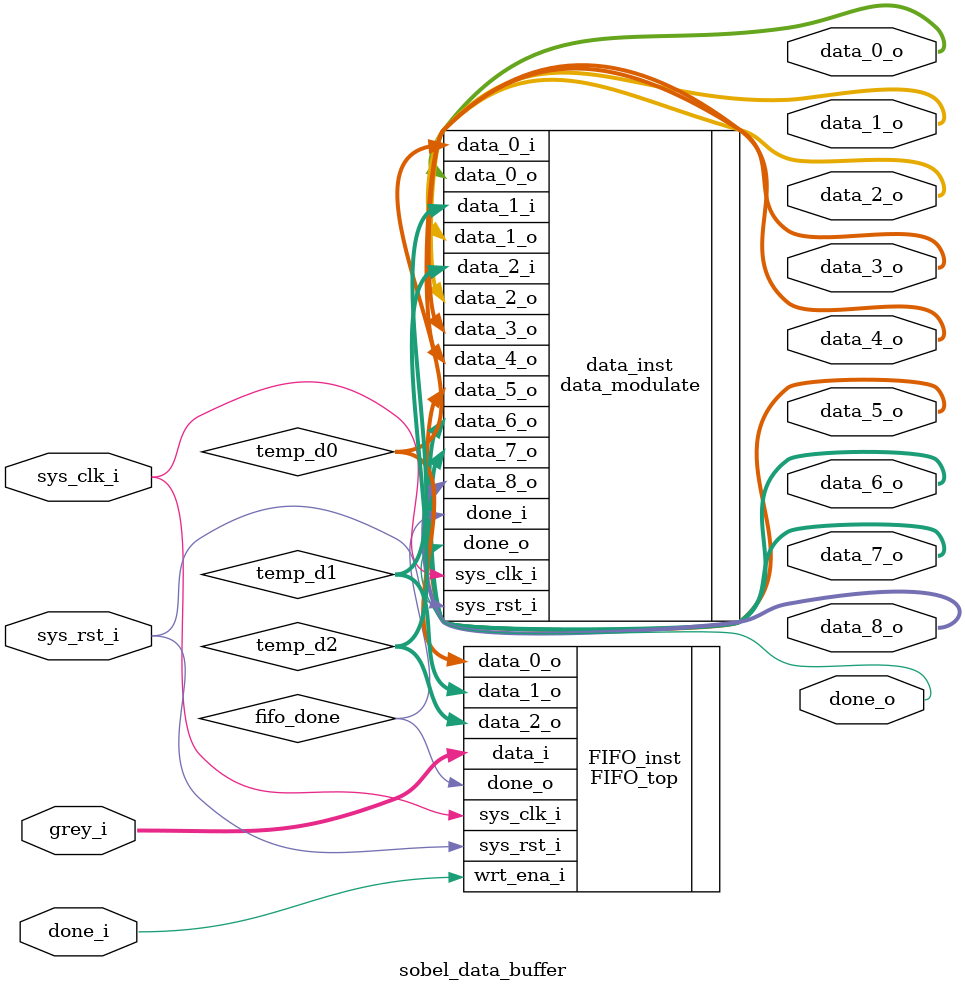
<source format=v>
`timescale 1ns / 1ps


module sobel_data_buffer(
            input sys_clk_i,
            input sys_rst_i,

            input [7:0] grey_i,
            input       done_i,

            output [7:0] data_0_o,
            output [7:0] data_1_o,
            output [7:0] data_2_o,
            output [7:0] data_3_o,
            output [7:0] data_4_o,
            output [7:0] data_5_o,
            output [7:0] data_6_o,
            output [7:0] data_7_o,
            output [7:0] data_8_o,

            output done_o      
    );


    wire [7:0] temp_d0, temp_d1, temp_d2;
    wire fifo_done;

    FIFO_top FIFO_inst(
        .sys_clk_i(sys_clk_i),
        .sys_rst_i(sys_rst_i),

        .data_i(grey_i),
        .wrt_ena_i(done_i),

        .data_0_o(temp_d0),
        .data_1_o(temp_d1),
        .data_2_o(temp_d2),
        .done_o(fifo_done)
    );


    data_modulate data_inst(
        .sys_clk_i(sys_clk_i),
        .sys_rst_i(sys_rst_i),

        .data_0_i(temp_d0),
        .data_1_i(temp_d1),
        .data_2_i(temp_d2),

        .done_i(fifo_done),

        .data_0_o(data_0_o),
        .data_1_o(data_1_o),
        .data_2_o(data_2_o),
        .data_3_o(data_3_o),
        .data_4_o(data_4_o),
        .data_5_o(data_5_o),
        .data_6_o(data_6_o),
        .data_7_o(data_7_o),
        .data_8_o(data_8_o),
        .done_o(done_o)
    );

endmodule

</source>
